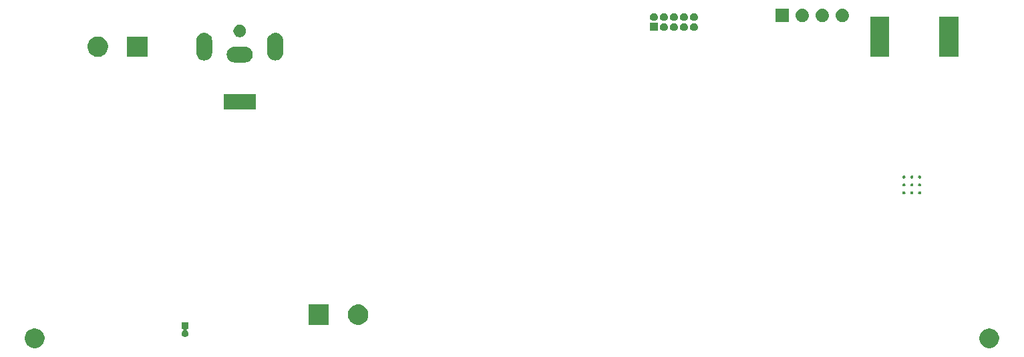
<source format=gbr>
%TF.GenerationSoftware,KiCad,Pcbnew,5.1.0-5.1.0*%
%TF.CreationDate,2019-03-18T21:11:32+01:00*%
%TF.ProjectId,motherboard,6d6f7468-6572-4626-9f61-72642e6b6963,rev?*%
%TF.SameCoordinates,Original*%
%TF.FileFunction,Soldermask,Bot*%
%TF.FilePolarity,Negative*%
%FSLAX46Y46*%
G04 Gerber Fmt 4.6, Leading zero omitted, Abs format (unit mm)*
G04 Created by KiCad (PCBNEW 5.1.0-5.1.0) date 2019-03-18 21:11:32*
%MOMM*%
%LPD*%
G04 APERTURE LIST*
%ADD10C,0.100000*%
G04 APERTURE END LIST*
D10*
G36*
X185364610Y-120798036D02*
G01*
X185579570Y-120887076D01*
X185592097Y-120892265D01*
X185796828Y-121029062D01*
X185970938Y-121203172D01*
X186099782Y-121396000D01*
X186107736Y-121407905D01*
X186201964Y-121635390D01*
X186250000Y-121876884D01*
X186250000Y-122123116D01*
X186201964Y-122364610D01*
X186107736Y-122592095D01*
X186107735Y-122592097D01*
X185970938Y-122796828D01*
X185796828Y-122970938D01*
X185592097Y-123107735D01*
X185592096Y-123107736D01*
X185592095Y-123107736D01*
X185364610Y-123201964D01*
X185123116Y-123250000D01*
X184876884Y-123250000D01*
X184635390Y-123201964D01*
X184407905Y-123107736D01*
X184407904Y-123107736D01*
X184407903Y-123107735D01*
X184203172Y-122970938D01*
X184029062Y-122796828D01*
X183892265Y-122592097D01*
X183892264Y-122592095D01*
X183798036Y-122364610D01*
X183750000Y-122123116D01*
X183750000Y-121876884D01*
X183798036Y-121635390D01*
X183892264Y-121407905D01*
X183900219Y-121396000D01*
X184029062Y-121203172D01*
X184203172Y-121029062D01*
X184407903Y-120892265D01*
X184420430Y-120887076D01*
X184635390Y-120798036D01*
X184876884Y-120750000D01*
X185123116Y-120750000D01*
X185364610Y-120798036D01*
X185364610Y-120798036D01*
G37*
G36*
X64364610Y-120798036D02*
G01*
X64579570Y-120887076D01*
X64592097Y-120892265D01*
X64796828Y-121029062D01*
X64970938Y-121203172D01*
X65099782Y-121396000D01*
X65107736Y-121407905D01*
X65201964Y-121635390D01*
X65250000Y-121876884D01*
X65250000Y-122123116D01*
X65201964Y-122364610D01*
X65107736Y-122592095D01*
X65107735Y-122592097D01*
X64970938Y-122796828D01*
X64796828Y-122970938D01*
X64592097Y-123107735D01*
X64592096Y-123107736D01*
X64592095Y-123107736D01*
X64364610Y-123201964D01*
X64123116Y-123250000D01*
X63876884Y-123250000D01*
X63635390Y-123201964D01*
X63407905Y-123107736D01*
X63407904Y-123107736D01*
X63407903Y-123107735D01*
X63203172Y-122970938D01*
X63029062Y-122796828D01*
X62892265Y-122592097D01*
X62892264Y-122592095D01*
X62798036Y-122364610D01*
X62750000Y-122123116D01*
X62750000Y-121876884D01*
X62798036Y-121635390D01*
X62892264Y-121407905D01*
X62900219Y-121396000D01*
X63029062Y-121203172D01*
X63203172Y-121029062D01*
X63407903Y-120892265D01*
X63420430Y-120887076D01*
X63635390Y-120798036D01*
X63876884Y-120750000D01*
X64123116Y-120750000D01*
X64364610Y-120798036D01*
X64364610Y-120798036D01*
G37*
G36*
X83483000Y-120821000D02*
G01*
X83376640Y-120821000D01*
X83352254Y-120823402D01*
X83328805Y-120830515D01*
X83307194Y-120842066D01*
X83288252Y-120857611D01*
X83272707Y-120876553D01*
X83261156Y-120898164D01*
X83254043Y-120921613D01*
X83251641Y-120945999D01*
X83254043Y-120970385D01*
X83261156Y-120993834D01*
X83272707Y-121015445D01*
X83288252Y-121034387D01*
X83297342Y-121042625D01*
X83359975Y-121094025D01*
X83399250Y-121141883D01*
X83413084Y-121158740D01*
X83413085Y-121158742D01*
X83452549Y-121232573D01*
X83476851Y-121312684D01*
X83485056Y-121396000D01*
X83476851Y-121479316D01*
X83452549Y-121559427D01*
X83415633Y-121628492D01*
X83413084Y-121633260D01*
X83399250Y-121650117D01*
X83359975Y-121697975D01*
X83312117Y-121737250D01*
X83295260Y-121751084D01*
X83295258Y-121751085D01*
X83221427Y-121790549D01*
X83141316Y-121814851D01*
X83078878Y-121821000D01*
X83037122Y-121821000D01*
X82974684Y-121814851D01*
X82894573Y-121790549D01*
X82820742Y-121751085D01*
X82820740Y-121751084D01*
X82803883Y-121737250D01*
X82756025Y-121697975D01*
X82716750Y-121650117D01*
X82702916Y-121633260D01*
X82700368Y-121628492D01*
X82663451Y-121559427D01*
X82639149Y-121479316D01*
X82630944Y-121396000D01*
X82639149Y-121312684D01*
X82663451Y-121232573D01*
X82702915Y-121158742D01*
X82702916Y-121158740D01*
X82716750Y-121141883D01*
X82756025Y-121094025D01*
X82818658Y-121042625D01*
X82835985Y-121025298D01*
X82849599Y-121004924D01*
X82858976Y-120982285D01*
X82863757Y-120958252D01*
X82863757Y-120933748D01*
X82858977Y-120909715D01*
X82849600Y-120887076D01*
X82835986Y-120866701D01*
X82818659Y-120849374D01*
X82798285Y-120835760D01*
X82775646Y-120826383D01*
X82751613Y-120821602D01*
X82739360Y-120821000D01*
X82633000Y-120821000D01*
X82633000Y-119971000D01*
X83483000Y-119971000D01*
X83483000Y-120821000D01*
X83483000Y-120821000D01*
G37*
G36*
X101300000Y-120300000D02*
G01*
X98700000Y-120300000D01*
X98700000Y-117700000D01*
X101300000Y-117700000D01*
X101300000Y-120300000D01*
X101300000Y-120300000D01*
G37*
G36*
X105253617Y-117724979D02*
G01*
X105379196Y-117749958D01*
X105615781Y-117847955D01*
X105828702Y-117990224D01*
X106009776Y-118171298D01*
X106152045Y-118384219D01*
X106250042Y-118620804D01*
X106300000Y-118871961D01*
X106300000Y-119128039D01*
X106250042Y-119379196D01*
X106152045Y-119615781D01*
X106009776Y-119828702D01*
X105828702Y-120009776D01*
X105615781Y-120152045D01*
X105379196Y-120250042D01*
X105128040Y-120300000D01*
X104871960Y-120300000D01*
X104620804Y-120250042D01*
X104384219Y-120152045D01*
X104171298Y-120009776D01*
X103990224Y-119828702D01*
X103847955Y-119615781D01*
X103749958Y-119379196D01*
X103700000Y-119128039D01*
X103700000Y-118871961D01*
X103749958Y-118620804D01*
X103847955Y-118384219D01*
X103990224Y-118171298D01*
X104171298Y-117990224D01*
X104384219Y-117847955D01*
X104620804Y-117749958D01*
X104746383Y-117724979D01*
X104871960Y-117700000D01*
X105128040Y-117700000D01*
X105253617Y-117724979D01*
X105253617Y-117724979D01*
G37*
G36*
X175238337Y-103351685D02*
G01*
X175274735Y-103366761D01*
X175307492Y-103388649D01*
X175335351Y-103416508D01*
X175357239Y-103449265D01*
X175372315Y-103485663D01*
X175380000Y-103524299D01*
X175380000Y-103563701D01*
X175372315Y-103602337D01*
X175357239Y-103638735D01*
X175335351Y-103671492D01*
X175307492Y-103699351D01*
X175274735Y-103721239D01*
X175238337Y-103736315D01*
X175199701Y-103744000D01*
X175160299Y-103744000D01*
X175121663Y-103736315D01*
X175085265Y-103721239D01*
X175052508Y-103699351D01*
X175024649Y-103671492D01*
X175002761Y-103638735D01*
X174987685Y-103602337D01*
X174980000Y-103563701D01*
X174980000Y-103524299D01*
X174987685Y-103485663D01*
X175002761Y-103449265D01*
X175024649Y-103416508D01*
X175052508Y-103388649D01*
X175085265Y-103366761D01*
X175121663Y-103351685D01*
X175160299Y-103344000D01*
X175199701Y-103344000D01*
X175238337Y-103351685D01*
X175238337Y-103351685D01*
G37*
G36*
X174238337Y-103351685D02*
G01*
X174274735Y-103366761D01*
X174307492Y-103388649D01*
X174335351Y-103416508D01*
X174357239Y-103449265D01*
X174372315Y-103485663D01*
X174380000Y-103524299D01*
X174380000Y-103563701D01*
X174372315Y-103602337D01*
X174357239Y-103638735D01*
X174335351Y-103671492D01*
X174307492Y-103699351D01*
X174274735Y-103721239D01*
X174238337Y-103736315D01*
X174199701Y-103744000D01*
X174160299Y-103744000D01*
X174121663Y-103736315D01*
X174085265Y-103721239D01*
X174052508Y-103699351D01*
X174024649Y-103671492D01*
X174002761Y-103638735D01*
X173987685Y-103602337D01*
X173980000Y-103563701D01*
X173980000Y-103524299D01*
X173987685Y-103485663D01*
X174002761Y-103449265D01*
X174024649Y-103416508D01*
X174052508Y-103388649D01*
X174085265Y-103366761D01*
X174121663Y-103351685D01*
X174160299Y-103344000D01*
X174199701Y-103344000D01*
X174238337Y-103351685D01*
X174238337Y-103351685D01*
G37*
G36*
X176238337Y-103351685D02*
G01*
X176274735Y-103366761D01*
X176307492Y-103388649D01*
X176335351Y-103416508D01*
X176357239Y-103449265D01*
X176372315Y-103485663D01*
X176380000Y-103524299D01*
X176380000Y-103563701D01*
X176372315Y-103602337D01*
X176357239Y-103638735D01*
X176335351Y-103671492D01*
X176307492Y-103699351D01*
X176274735Y-103721239D01*
X176238337Y-103736315D01*
X176199701Y-103744000D01*
X176160299Y-103744000D01*
X176121663Y-103736315D01*
X176085265Y-103721239D01*
X176052508Y-103699351D01*
X176024649Y-103671492D01*
X176002761Y-103638735D01*
X175987685Y-103602337D01*
X175980000Y-103563701D01*
X175980000Y-103524299D01*
X175987685Y-103485663D01*
X176002761Y-103449265D01*
X176024649Y-103416508D01*
X176052508Y-103388649D01*
X176085265Y-103366761D01*
X176121663Y-103351685D01*
X176160299Y-103344000D01*
X176199701Y-103344000D01*
X176238337Y-103351685D01*
X176238337Y-103351685D01*
G37*
G36*
X174238337Y-102351685D02*
G01*
X174274735Y-102366761D01*
X174307492Y-102388649D01*
X174335351Y-102416508D01*
X174357239Y-102449265D01*
X174372315Y-102485663D01*
X174380000Y-102524299D01*
X174380000Y-102563701D01*
X174372315Y-102602337D01*
X174357239Y-102638735D01*
X174335351Y-102671492D01*
X174307492Y-102699351D01*
X174274735Y-102721239D01*
X174238337Y-102736315D01*
X174199701Y-102744000D01*
X174160299Y-102744000D01*
X174121663Y-102736315D01*
X174085265Y-102721239D01*
X174052508Y-102699351D01*
X174024649Y-102671492D01*
X174002761Y-102638735D01*
X173987685Y-102602337D01*
X173980000Y-102563701D01*
X173980000Y-102524299D01*
X173987685Y-102485663D01*
X174002761Y-102449265D01*
X174024649Y-102416508D01*
X174052508Y-102388649D01*
X174085265Y-102366761D01*
X174121663Y-102351685D01*
X174160299Y-102344000D01*
X174199701Y-102344000D01*
X174238337Y-102351685D01*
X174238337Y-102351685D01*
G37*
G36*
X175238337Y-102351685D02*
G01*
X175274735Y-102366761D01*
X175307492Y-102388649D01*
X175335351Y-102416508D01*
X175357239Y-102449265D01*
X175372315Y-102485663D01*
X175380000Y-102524299D01*
X175380000Y-102563701D01*
X175372315Y-102602337D01*
X175357239Y-102638735D01*
X175335351Y-102671492D01*
X175307492Y-102699351D01*
X175274735Y-102721239D01*
X175238337Y-102736315D01*
X175199701Y-102744000D01*
X175160299Y-102744000D01*
X175121663Y-102736315D01*
X175085265Y-102721239D01*
X175052508Y-102699351D01*
X175024649Y-102671492D01*
X175002761Y-102638735D01*
X174987685Y-102602337D01*
X174980000Y-102563701D01*
X174980000Y-102524299D01*
X174987685Y-102485663D01*
X175002761Y-102449265D01*
X175024649Y-102416508D01*
X175052508Y-102388649D01*
X175085265Y-102366761D01*
X175121663Y-102351685D01*
X175160299Y-102344000D01*
X175199701Y-102344000D01*
X175238337Y-102351685D01*
X175238337Y-102351685D01*
G37*
G36*
X176238337Y-102351685D02*
G01*
X176274735Y-102366761D01*
X176307492Y-102388649D01*
X176335351Y-102416508D01*
X176357239Y-102449265D01*
X176372315Y-102485663D01*
X176380000Y-102524299D01*
X176380000Y-102563701D01*
X176372315Y-102602337D01*
X176357239Y-102638735D01*
X176335351Y-102671492D01*
X176307492Y-102699351D01*
X176274735Y-102721239D01*
X176238337Y-102736315D01*
X176199701Y-102744000D01*
X176160299Y-102744000D01*
X176121663Y-102736315D01*
X176085265Y-102721239D01*
X176052508Y-102699351D01*
X176024649Y-102671492D01*
X176002761Y-102638735D01*
X175987685Y-102602337D01*
X175980000Y-102563701D01*
X175980000Y-102524299D01*
X175987685Y-102485663D01*
X176002761Y-102449265D01*
X176024649Y-102416508D01*
X176052508Y-102388649D01*
X176085265Y-102366761D01*
X176121663Y-102351685D01*
X176160299Y-102344000D01*
X176199701Y-102344000D01*
X176238337Y-102351685D01*
X176238337Y-102351685D01*
G37*
G36*
X174238337Y-101351685D02*
G01*
X174274735Y-101366761D01*
X174307492Y-101388649D01*
X174335351Y-101416508D01*
X174357239Y-101449265D01*
X174372315Y-101485663D01*
X174380000Y-101524299D01*
X174380000Y-101563701D01*
X174372315Y-101602337D01*
X174357239Y-101638735D01*
X174335351Y-101671492D01*
X174307492Y-101699351D01*
X174274735Y-101721239D01*
X174238337Y-101736315D01*
X174199701Y-101744000D01*
X174160299Y-101744000D01*
X174121663Y-101736315D01*
X174085265Y-101721239D01*
X174052508Y-101699351D01*
X174024649Y-101671492D01*
X174002761Y-101638735D01*
X173987685Y-101602337D01*
X173980000Y-101563701D01*
X173980000Y-101524299D01*
X173987685Y-101485663D01*
X174002761Y-101449265D01*
X174024649Y-101416508D01*
X174052508Y-101388649D01*
X174085265Y-101366761D01*
X174121663Y-101351685D01*
X174160299Y-101344000D01*
X174199701Y-101344000D01*
X174238337Y-101351685D01*
X174238337Y-101351685D01*
G37*
G36*
X176238337Y-101351685D02*
G01*
X176274735Y-101366761D01*
X176307492Y-101388649D01*
X176335351Y-101416508D01*
X176357239Y-101449265D01*
X176372315Y-101485663D01*
X176380000Y-101524299D01*
X176380000Y-101563701D01*
X176372315Y-101602337D01*
X176357239Y-101638735D01*
X176335351Y-101671492D01*
X176307492Y-101699351D01*
X176274735Y-101721239D01*
X176238337Y-101736315D01*
X176199701Y-101744000D01*
X176160299Y-101744000D01*
X176121663Y-101736315D01*
X176085265Y-101721239D01*
X176052508Y-101699351D01*
X176024649Y-101671492D01*
X176002761Y-101638735D01*
X175987685Y-101602337D01*
X175980000Y-101563701D01*
X175980000Y-101524299D01*
X175987685Y-101485663D01*
X176002761Y-101449265D01*
X176024649Y-101416508D01*
X176052508Y-101388649D01*
X176085265Y-101366761D01*
X176121663Y-101351685D01*
X176160299Y-101344000D01*
X176199701Y-101344000D01*
X176238337Y-101351685D01*
X176238337Y-101351685D01*
G37*
G36*
X175238337Y-101351685D02*
G01*
X175274735Y-101366761D01*
X175307492Y-101388649D01*
X175335351Y-101416508D01*
X175357239Y-101449265D01*
X175372315Y-101485663D01*
X175380000Y-101524299D01*
X175380000Y-101563701D01*
X175372315Y-101602337D01*
X175357239Y-101638735D01*
X175335351Y-101671492D01*
X175307492Y-101699351D01*
X175274735Y-101721239D01*
X175238337Y-101736315D01*
X175199701Y-101744000D01*
X175160299Y-101744000D01*
X175121663Y-101736315D01*
X175085265Y-101721239D01*
X175052508Y-101699351D01*
X175024649Y-101671492D01*
X175002761Y-101638735D01*
X174987685Y-101602337D01*
X174980000Y-101563701D01*
X174980000Y-101524299D01*
X174987685Y-101485663D01*
X175002761Y-101449265D01*
X175024649Y-101416508D01*
X175052508Y-101388649D01*
X175085265Y-101366761D01*
X175121663Y-101351685D01*
X175160299Y-101344000D01*
X175199701Y-101344000D01*
X175238337Y-101351685D01*
X175238337Y-101351685D01*
G37*
G36*
X92000000Y-93000000D02*
G01*
X88000000Y-93000000D01*
X88000000Y-91000000D01*
X92000000Y-91000000D01*
X92000000Y-93000000D01*
X92000000Y-93000000D01*
G37*
G36*
X90846032Y-85014469D02*
G01*
X90940285Y-85043061D01*
X91034535Y-85071651D01*
X91034537Y-85071652D01*
X91208258Y-85164507D01*
X91360528Y-85289472D01*
X91485493Y-85441742D01*
X91578348Y-85615463D01*
X91578349Y-85615465D01*
X91606940Y-85709716D01*
X91635531Y-85803968D01*
X91654838Y-86000000D01*
X91635531Y-86196032D01*
X91578348Y-86384537D01*
X91485493Y-86558258D01*
X91360528Y-86710528D01*
X91208258Y-86835493D01*
X91034537Y-86928348D01*
X91034535Y-86928349D01*
X90940284Y-86956940D01*
X90846032Y-86985531D01*
X90699124Y-87000000D01*
X89300876Y-87000000D01*
X89153968Y-86985531D01*
X89059716Y-86956940D01*
X88965465Y-86928349D01*
X88965463Y-86928348D01*
X88791742Y-86835493D01*
X88639472Y-86710528D01*
X88514507Y-86558258D01*
X88421652Y-86384537D01*
X88364469Y-86196032D01*
X88345162Y-86000000D01*
X88364469Y-85803968D01*
X88393060Y-85709716D01*
X88421651Y-85615465D01*
X88421652Y-85615463D01*
X88514507Y-85441742D01*
X88639472Y-85289472D01*
X88791742Y-85164507D01*
X88965463Y-85071652D01*
X88965465Y-85071651D01*
X89059715Y-85043061D01*
X89153968Y-85014469D01*
X89300876Y-85000000D01*
X90699124Y-85000000D01*
X90846032Y-85014469D01*
X90846032Y-85014469D01*
G37*
G36*
X94696032Y-83264469D02*
G01*
X94790285Y-83293061D01*
X94884535Y-83321651D01*
X94884537Y-83321652D01*
X95058258Y-83414507D01*
X95210528Y-83539472D01*
X95335493Y-83691742D01*
X95428348Y-83865463D01*
X95485531Y-84053968D01*
X95500000Y-84200876D01*
X95500000Y-85799124D01*
X95485531Y-85946032D01*
X95428348Y-86134537D01*
X95335493Y-86308258D01*
X95210528Y-86460528D01*
X95058258Y-86585493D01*
X94884536Y-86678348D01*
X94884534Y-86678349D01*
X94790284Y-86706939D01*
X94696031Y-86735531D01*
X94500000Y-86754838D01*
X94303968Y-86735531D01*
X94209715Y-86706939D01*
X94115465Y-86678349D01*
X94115463Y-86678348D01*
X93941742Y-86585493D01*
X93789472Y-86460528D01*
X93664507Y-86308258D01*
X93571652Y-86134536D01*
X93514469Y-85946031D01*
X93500000Y-85799123D01*
X93500000Y-84200876D01*
X93514469Y-84053965D01*
X93571651Y-83865466D01*
X93664508Y-83691742D01*
X93789473Y-83539472D01*
X93941743Y-83414507D01*
X94115464Y-83321652D01*
X94115466Y-83321651D01*
X94209716Y-83293061D01*
X94303969Y-83264469D01*
X94500000Y-83245162D01*
X94696032Y-83264469D01*
X94696032Y-83264469D01*
G37*
G36*
X85696032Y-83264469D02*
G01*
X85790285Y-83293061D01*
X85884535Y-83321651D01*
X85884537Y-83321652D01*
X86058258Y-83414507D01*
X86210528Y-83539472D01*
X86335493Y-83691742D01*
X86428348Y-83865463D01*
X86485531Y-84053968D01*
X86500000Y-84200876D01*
X86500000Y-85799124D01*
X86485531Y-85946032D01*
X86428348Y-86134537D01*
X86335493Y-86308258D01*
X86210528Y-86460528D01*
X86058258Y-86585493D01*
X85884536Y-86678348D01*
X85884534Y-86678349D01*
X85790284Y-86706939D01*
X85696031Y-86735531D01*
X85500000Y-86754838D01*
X85303968Y-86735531D01*
X85209715Y-86706939D01*
X85115465Y-86678349D01*
X85115463Y-86678348D01*
X84941742Y-86585493D01*
X84789472Y-86460528D01*
X84664507Y-86308258D01*
X84571652Y-86134536D01*
X84514469Y-85946031D01*
X84500000Y-85799123D01*
X84500000Y-84200876D01*
X84514469Y-84053965D01*
X84571651Y-83865466D01*
X84664508Y-83691742D01*
X84789473Y-83539472D01*
X84941743Y-83414507D01*
X85115464Y-83321652D01*
X85115466Y-83321651D01*
X85209716Y-83293061D01*
X85303969Y-83264469D01*
X85500000Y-83245162D01*
X85696032Y-83264469D01*
X85696032Y-83264469D01*
G37*
G36*
X181090000Y-86320000D02*
G01*
X178670000Y-86320000D01*
X178670000Y-81240000D01*
X181090000Y-81240000D01*
X181090000Y-86320000D01*
X181090000Y-86320000D01*
G37*
G36*
X172330000Y-86320000D02*
G01*
X169910000Y-86320000D01*
X169910000Y-81240000D01*
X172330000Y-81240000D01*
X172330000Y-86320000D01*
X172330000Y-86320000D01*
G37*
G36*
X78300000Y-86300000D02*
G01*
X75700000Y-86300000D01*
X75700000Y-83700000D01*
X78300000Y-83700000D01*
X78300000Y-86300000D01*
X78300000Y-86300000D01*
G37*
G36*
X72379196Y-83749958D02*
G01*
X72615781Y-83847955D01*
X72828702Y-83990224D01*
X73009776Y-84171298D01*
X73152045Y-84384219D01*
X73250042Y-84620804D01*
X73300000Y-84871961D01*
X73300000Y-85128039D01*
X73250042Y-85379196D01*
X73152045Y-85615781D01*
X73009776Y-85828702D01*
X72828702Y-86009776D01*
X72615781Y-86152045D01*
X72379196Y-86250042D01*
X72128040Y-86300000D01*
X71871960Y-86300000D01*
X71620804Y-86250042D01*
X71384219Y-86152045D01*
X71171298Y-86009776D01*
X70990224Y-85828702D01*
X70847955Y-85615781D01*
X70749958Y-85379196D01*
X70700000Y-85128039D01*
X70700000Y-84871961D01*
X70749958Y-84620804D01*
X70847955Y-84384219D01*
X70990224Y-84171298D01*
X71171298Y-83990224D01*
X71384219Y-83847955D01*
X71620804Y-83749958D01*
X71871960Y-83700000D01*
X72128040Y-83700000D01*
X72379196Y-83749958D01*
X72379196Y-83749958D01*
G37*
G36*
X90233351Y-82230743D02*
G01*
X90378941Y-82291048D01*
X90509970Y-82378599D01*
X90621401Y-82490030D01*
X90708952Y-82621059D01*
X90769257Y-82766649D01*
X90800000Y-82921206D01*
X90800000Y-83078794D01*
X90769257Y-83233351D01*
X90708952Y-83378941D01*
X90621401Y-83509970D01*
X90509970Y-83621401D01*
X90378941Y-83708952D01*
X90233351Y-83769257D01*
X90078794Y-83800000D01*
X89921206Y-83800000D01*
X89766649Y-83769257D01*
X89621059Y-83708952D01*
X89490030Y-83621401D01*
X89378599Y-83509970D01*
X89291048Y-83378941D01*
X89230743Y-83233351D01*
X89200000Y-83078794D01*
X89200000Y-82921206D01*
X89230743Y-82766649D01*
X89291048Y-82621059D01*
X89378599Y-82490030D01*
X89490030Y-82378599D01*
X89621059Y-82291048D01*
X89766649Y-82230743D01*
X89921206Y-82200000D01*
X90078794Y-82200000D01*
X90233351Y-82230743D01*
X90233351Y-82230743D01*
G37*
G36*
X147672015Y-82007234D02*
G01*
X147766270Y-82035826D01*
X147853128Y-82082253D01*
X147929264Y-82144736D01*
X147991747Y-82220872D01*
X148038174Y-82307730D01*
X148066766Y-82401985D01*
X148076419Y-82500000D01*
X148066766Y-82598015D01*
X148038174Y-82692270D01*
X147991747Y-82779128D01*
X147929264Y-82855264D01*
X147853128Y-82917747D01*
X147766270Y-82964174D01*
X147672015Y-82992766D01*
X147598564Y-83000000D01*
X147549436Y-83000000D01*
X147475985Y-82992766D01*
X147381730Y-82964174D01*
X147294872Y-82917747D01*
X147218736Y-82855264D01*
X147156253Y-82779128D01*
X147109826Y-82692270D01*
X147081234Y-82598015D01*
X147071581Y-82500000D01*
X147081234Y-82401985D01*
X147109826Y-82307730D01*
X147156253Y-82220872D01*
X147218736Y-82144736D01*
X147294872Y-82082253D01*
X147381730Y-82035826D01*
X147475985Y-82007234D01*
X147549436Y-82000000D01*
X147598564Y-82000000D01*
X147672015Y-82007234D01*
X147672015Y-82007234D01*
G37*
G36*
X146402015Y-82007234D02*
G01*
X146496270Y-82035826D01*
X146583128Y-82082253D01*
X146659264Y-82144736D01*
X146721747Y-82220872D01*
X146768174Y-82307730D01*
X146796766Y-82401985D01*
X146806419Y-82500000D01*
X146796766Y-82598015D01*
X146768174Y-82692270D01*
X146721747Y-82779128D01*
X146659264Y-82855264D01*
X146583128Y-82917747D01*
X146496270Y-82964174D01*
X146402015Y-82992766D01*
X146328564Y-83000000D01*
X146279436Y-83000000D01*
X146205985Y-82992766D01*
X146111730Y-82964174D01*
X146024872Y-82917747D01*
X145948736Y-82855264D01*
X145886253Y-82779128D01*
X145839826Y-82692270D01*
X145811234Y-82598015D01*
X145801581Y-82500000D01*
X145811234Y-82401985D01*
X145839826Y-82307730D01*
X145886253Y-82220872D01*
X145948736Y-82144736D01*
X146024872Y-82082253D01*
X146111730Y-82035826D01*
X146205985Y-82007234D01*
X146279436Y-82000000D01*
X146328564Y-82000000D01*
X146402015Y-82007234D01*
X146402015Y-82007234D01*
G37*
G36*
X145132015Y-82007234D02*
G01*
X145226270Y-82035826D01*
X145313128Y-82082253D01*
X145389264Y-82144736D01*
X145451747Y-82220872D01*
X145498174Y-82307730D01*
X145526766Y-82401985D01*
X145536419Y-82500000D01*
X145526766Y-82598015D01*
X145498174Y-82692270D01*
X145451747Y-82779128D01*
X145389264Y-82855264D01*
X145313128Y-82917747D01*
X145226270Y-82964174D01*
X145132015Y-82992766D01*
X145058564Y-83000000D01*
X145009436Y-83000000D01*
X144935985Y-82992766D01*
X144841730Y-82964174D01*
X144754872Y-82917747D01*
X144678736Y-82855264D01*
X144616253Y-82779128D01*
X144569826Y-82692270D01*
X144541234Y-82598015D01*
X144531581Y-82500000D01*
X144541234Y-82401985D01*
X144569826Y-82307730D01*
X144616253Y-82220872D01*
X144678736Y-82144736D01*
X144754872Y-82082253D01*
X144841730Y-82035826D01*
X144935985Y-82007234D01*
X145009436Y-82000000D01*
X145058564Y-82000000D01*
X145132015Y-82007234D01*
X145132015Y-82007234D01*
G37*
G36*
X143862015Y-82007234D02*
G01*
X143956270Y-82035826D01*
X144043128Y-82082253D01*
X144119264Y-82144736D01*
X144181747Y-82220872D01*
X144228174Y-82307730D01*
X144256766Y-82401985D01*
X144266419Y-82500000D01*
X144256766Y-82598015D01*
X144228174Y-82692270D01*
X144181747Y-82779128D01*
X144119264Y-82855264D01*
X144043128Y-82917747D01*
X143956270Y-82964174D01*
X143862015Y-82992766D01*
X143788564Y-83000000D01*
X143739436Y-83000000D01*
X143665985Y-82992766D01*
X143571730Y-82964174D01*
X143484872Y-82917747D01*
X143408736Y-82855264D01*
X143346253Y-82779128D01*
X143299826Y-82692270D01*
X143271234Y-82598015D01*
X143261581Y-82500000D01*
X143271234Y-82401985D01*
X143299826Y-82307730D01*
X143346253Y-82220872D01*
X143408736Y-82144736D01*
X143484872Y-82082253D01*
X143571730Y-82035826D01*
X143665985Y-82007234D01*
X143739436Y-82000000D01*
X143788564Y-82000000D01*
X143862015Y-82007234D01*
X143862015Y-82007234D01*
G37*
G36*
X142994000Y-83000000D02*
G01*
X141994000Y-83000000D01*
X141994000Y-82000000D01*
X142994000Y-82000000D01*
X142994000Y-83000000D01*
X142994000Y-83000000D01*
G37*
G36*
X159600000Y-81876000D02*
G01*
X157900000Y-81876000D01*
X157900000Y-80176000D01*
X159600000Y-80176000D01*
X159600000Y-81876000D01*
X159600000Y-81876000D01*
G37*
G36*
X163996627Y-80188299D02*
G01*
X164076742Y-80212602D01*
X164156855Y-80236903D01*
X164156857Y-80236904D01*
X164304518Y-80315831D01*
X164433949Y-80422051D01*
X164540168Y-80551481D01*
X164619097Y-80699145D01*
X164630651Y-80737234D01*
X164667701Y-80859373D01*
X164684112Y-81026000D01*
X164667701Y-81192627D01*
X164619096Y-81352857D01*
X164540169Y-81500518D01*
X164433949Y-81629949D01*
X164304518Y-81736169D01*
X164156857Y-81815096D01*
X164156855Y-81815097D01*
X164076742Y-81839398D01*
X163996627Y-81863701D01*
X163871752Y-81876000D01*
X163788248Y-81876000D01*
X163663373Y-81863701D01*
X163583258Y-81839398D01*
X163503145Y-81815097D01*
X163503143Y-81815096D01*
X163355482Y-81736169D01*
X163226051Y-81629949D01*
X163119831Y-81500518D01*
X163040904Y-81352857D01*
X162992299Y-81192627D01*
X162975888Y-81026000D01*
X162992299Y-80859373D01*
X163029349Y-80737234D01*
X163040903Y-80699145D01*
X163119832Y-80551481D01*
X163226051Y-80422051D01*
X163355482Y-80315831D01*
X163503143Y-80236904D01*
X163503145Y-80236903D01*
X163583258Y-80212602D01*
X163663373Y-80188299D01*
X163788248Y-80176000D01*
X163871752Y-80176000D01*
X163996627Y-80188299D01*
X163996627Y-80188299D01*
G37*
G36*
X166536627Y-80188299D02*
G01*
X166616742Y-80212602D01*
X166696855Y-80236903D01*
X166696857Y-80236904D01*
X166844518Y-80315831D01*
X166973949Y-80422051D01*
X167080168Y-80551481D01*
X167159097Y-80699145D01*
X167170651Y-80737234D01*
X167207701Y-80859373D01*
X167224112Y-81026000D01*
X167207701Y-81192627D01*
X167159096Y-81352857D01*
X167080169Y-81500518D01*
X166973949Y-81629949D01*
X166844518Y-81736169D01*
X166696857Y-81815096D01*
X166696855Y-81815097D01*
X166616742Y-81839398D01*
X166536627Y-81863701D01*
X166411752Y-81876000D01*
X166328248Y-81876000D01*
X166203373Y-81863701D01*
X166123258Y-81839398D01*
X166043145Y-81815097D01*
X166043143Y-81815096D01*
X165895482Y-81736169D01*
X165766051Y-81629949D01*
X165659831Y-81500518D01*
X165580904Y-81352857D01*
X165532299Y-81192627D01*
X165515888Y-81026000D01*
X165532299Y-80859373D01*
X165569349Y-80737234D01*
X165580903Y-80699145D01*
X165659832Y-80551481D01*
X165766051Y-80422051D01*
X165895482Y-80315831D01*
X166043143Y-80236904D01*
X166043145Y-80236903D01*
X166123258Y-80212602D01*
X166203373Y-80188299D01*
X166328248Y-80176000D01*
X166411752Y-80176000D01*
X166536627Y-80188299D01*
X166536627Y-80188299D01*
G37*
G36*
X161456627Y-80188299D02*
G01*
X161536742Y-80212602D01*
X161616855Y-80236903D01*
X161616857Y-80236904D01*
X161764518Y-80315831D01*
X161893949Y-80422051D01*
X162000168Y-80551481D01*
X162079097Y-80699145D01*
X162090651Y-80737234D01*
X162127701Y-80859373D01*
X162144112Y-81026000D01*
X162127701Y-81192627D01*
X162079096Y-81352857D01*
X162000169Y-81500518D01*
X161893949Y-81629949D01*
X161764518Y-81736169D01*
X161616857Y-81815096D01*
X161616855Y-81815097D01*
X161536742Y-81839398D01*
X161456627Y-81863701D01*
X161331752Y-81876000D01*
X161248248Y-81876000D01*
X161123373Y-81863701D01*
X161043258Y-81839398D01*
X160963145Y-81815097D01*
X160963143Y-81815096D01*
X160815482Y-81736169D01*
X160686051Y-81629949D01*
X160579831Y-81500518D01*
X160500904Y-81352857D01*
X160452299Y-81192627D01*
X160435888Y-81026000D01*
X160452299Y-80859373D01*
X160489349Y-80737234D01*
X160500903Y-80699145D01*
X160579832Y-80551481D01*
X160686051Y-80422051D01*
X160815482Y-80315831D01*
X160963143Y-80236904D01*
X160963145Y-80236903D01*
X161043258Y-80212602D01*
X161123373Y-80188299D01*
X161248248Y-80176000D01*
X161331752Y-80176000D01*
X161456627Y-80188299D01*
X161456627Y-80188299D01*
G37*
G36*
X142592015Y-80737234D02*
G01*
X142686270Y-80765826D01*
X142773128Y-80812253D01*
X142849264Y-80874736D01*
X142911747Y-80950872D01*
X142958174Y-81037730D01*
X142986766Y-81131985D01*
X142996419Y-81230000D01*
X142986766Y-81328015D01*
X142958174Y-81422270D01*
X142911747Y-81509128D01*
X142849264Y-81585264D01*
X142773128Y-81647747D01*
X142686270Y-81694174D01*
X142592015Y-81722766D01*
X142518564Y-81730000D01*
X142469436Y-81730000D01*
X142395985Y-81722766D01*
X142301730Y-81694174D01*
X142214872Y-81647747D01*
X142138736Y-81585264D01*
X142076253Y-81509128D01*
X142029826Y-81422270D01*
X142001234Y-81328015D01*
X141991581Y-81230000D01*
X142001234Y-81131985D01*
X142029826Y-81037730D01*
X142076253Y-80950872D01*
X142138736Y-80874736D01*
X142214872Y-80812253D01*
X142301730Y-80765826D01*
X142395985Y-80737234D01*
X142469436Y-80730000D01*
X142518564Y-80730000D01*
X142592015Y-80737234D01*
X142592015Y-80737234D01*
G37*
G36*
X147672015Y-80737234D02*
G01*
X147766270Y-80765826D01*
X147853128Y-80812253D01*
X147929264Y-80874736D01*
X147991747Y-80950872D01*
X148038174Y-81037730D01*
X148066766Y-81131985D01*
X148076419Y-81230000D01*
X148066766Y-81328015D01*
X148038174Y-81422270D01*
X147991747Y-81509128D01*
X147929264Y-81585264D01*
X147853128Y-81647747D01*
X147766270Y-81694174D01*
X147672015Y-81722766D01*
X147598564Y-81730000D01*
X147549436Y-81730000D01*
X147475985Y-81722766D01*
X147381730Y-81694174D01*
X147294872Y-81647747D01*
X147218736Y-81585264D01*
X147156253Y-81509128D01*
X147109826Y-81422270D01*
X147081234Y-81328015D01*
X147071581Y-81230000D01*
X147081234Y-81131985D01*
X147109826Y-81037730D01*
X147156253Y-80950872D01*
X147218736Y-80874736D01*
X147294872Y-80812253D01*
X147381730Y-80765826D01*
X147475985Y-80737234D01*
X147549436Y-80730000D01*
X147598564Y-80730000D01*
X147672015Y-80737234D01*
X147672015Y-80737234D01*
G37*
G36*
X143862015Y-80737234D02*
G01*
X143956270Y-80765826D01*
X144043128Y-80812253D01*
X144119264Y-80874736D01*
X144181747Y-80950872D01*
X144228174Y-81037730D01*
X144256766Y-81131985D01*
X144266419Y-81230000D01*
X144256766Y-81328015D01*
X144228174Y-81422270D01*
X144181747Y-81509128D01*
X144119264Y-81585264D01*
X144043128Y-81647747D01*
X143956270Y-81694174D01*
X143862015Y-81722766D01*
X143788564Y-81730000D01*
X143739436Y-81730000D01*
X143665985Y-81722766D01*
X143571730Y-81694174D01*
X143484872Y-81647747D01*
X143408736Y-81585264D01*
X143346253Y-81509128D01*
X143299826Y-81422270D01*
X143271234Y-81328015D01*
X143261581Y-81230000D01*
X143271234Y-81131985D01*
X143299826Y-81037730D01*
X143346253Y-80950872D01*
X143408736Y-80874736D01*
X143484872Y-80812253D01*
X143571730Y-80765826D01*
X143665985Y-80737234D01*
X143739436Y-80730000D01*
X143788564Y-80730000D01*
X143862015Y-80737234D01*
X143862015Y-80737234D01*
G37*
G36*
X145132015Y-80737234D02*
G01*
X145226270Y-80765826D01*
X145313128Y-80812253D01*
X145389264Y-80874736D01*
X145451747Y-80950872D01*
X145498174Y-81037730D01*
X145526766Y-81131985D01*
X145536419Y-81230000D01*
X145526766Y-81328015D01*
X145498174Y-81422270D01*
X145451747Y-81509128D01*
X145389264Y-81585264D01*
X145313128Y-81647747D01*
X145226270Y-81694174D01*
X145132015Y-81722766D01*
X145058564Y-81730000D01*
X145009436Y-81730000D01*
X144935985Y-81722766D01*
X144841730Y-81694174D01*
X144754872Y-81647747D01*
X144678736Y-81585264D01*
X144616253Y-81509128D01*
X144569826Y-81422270D01*
X144541234Y-81328015D01*
X144531581Y-81230000D01*
X144541234Y-81131985D01*
X144569826Y-81037730D01*
X144616253Y-80950872D01*
X144678736Y-80874736D01*
X144754872Y-80812253D01*
X144841730Y-80765826D01*
X144935985Y-80737234D01*
X145009436Y-80730000D01*
X145058564Y-80730000D01*
X145132015Y-80737234D01*
X145132015Y-80737234D01*
G37*
G36*
X146402015Y-80737234D02*
G01*
X146496270Y-80765826D01*
X146583128Y-80812253D01*
X146659264Y-80874736D01*
X146721747Y-80950872D01*
X146768174Y-81037730D01*
X146796766Y-81131985D01*
X146806419Y-81230000D01*
X146796766Y-81328015D01*
X146768174Y-81422270D01*
X146721747Y-81509128D01*
X146659264Y-81585264D01*
X146583128Y-81647747D01*
X146496270Y-81694174D01*
X146402015Y-81722766D01*
X146328564Y-81730000D01*
X146279436Y-81730000D01*
X146205985Y-81722766D01*
X146111730Y-81694174D01*
X146024872Y-81647747D01*
X145948736Y-81585264D01*
X145886253Y-81509128D01*
X145839826Y-81422270D01*
X145811234Y-81328015D01*
X145801581Y-81230000D01*
X145811234Y-81131985D01*
X145839826Y-81037730D01*
X145886253Y-80950872D01*
X145948736Y-80874736D01*
X146024872Y-80812253D01*
X146111730Y-80765826D01*
X146205985Y-80737234D01*
X146279436Y-80730000D01*
X146328564Y-80730000D01*
X146402015Y-80737234D01*
X146402015Y-80737234D01*
G37*
M02*

</source>
